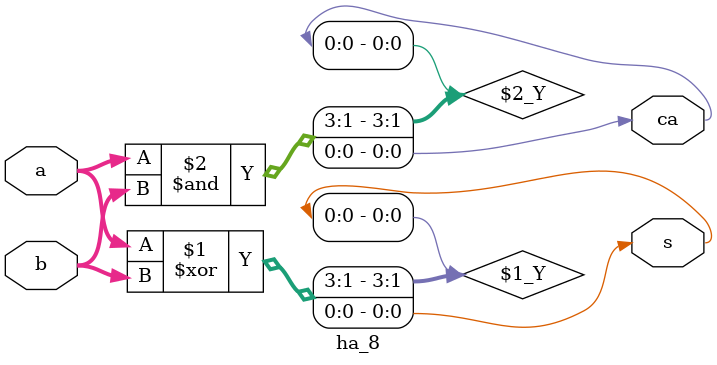
<source format=sv>
module ha_8(s,ca,a,b); // Half Adder with specparam path delays
  input [3:0] a,b; output s,ca;
  specify
    specparam dl1 = 1; // Define specify parameter for s delay
    specparam dl2 = dl1 + 1; // Define specify parameter for ca delay based on dl1
    // Assign path delays using specparams
    (a, b *> s) = dl1;
    (a, b *> ca) = dl2;
  endspecify
  xor (s,a,b);
  and (ca,a,b);
endmodule
</source>
